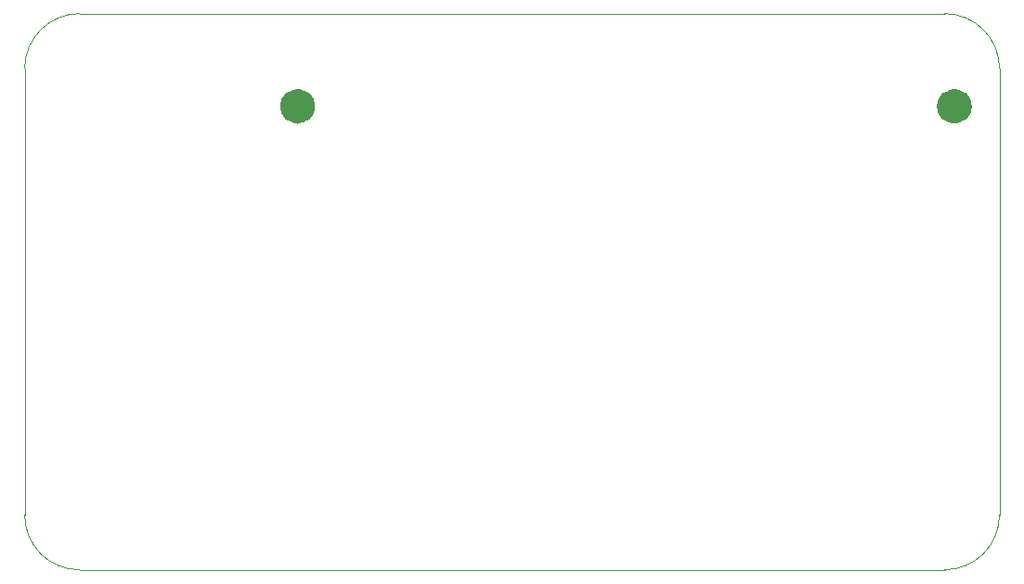
<source format=gm1>
%TF.GenerationSoftware,KiCad,Pcbnew,9.0.0*%
%TF.CreationDate,2025-03-23T23:43:45-05:00*%
%TF.ProjectId,stm32card,73746d33-3263-4617-9264-2e6b69636164,rev?*%
%TF.SameCoordinates,Original*%
%TF.FileFunction,Profile,NP*%
%FSLAX46Y46*%
G04 Gerber Fmt 4.6, Leading zero omitted, Abs format (unit mm)*
G04 Created by KiCad (PCBNEW 9.0.0) date 2025-03-23 23:43:45*
%MOMM*%
%LPD*%
G01*
G04 APERTURE LIST*
%TA.AperFunction,Profile*%
%ADD10C,0.050000*%
%TD*%
%TA.AperFunction,Profile*%
%ADD11C,1.600000*%
%TD*%
G04 APERTURE END LIST*
D10*
X137564466Y-132335534D02*
X216464466Y-132335534D01*
X137564466Y-132335534D02*
G75*
G02*
X132564466Y-127335534I34J5000034D01*
G01*
X132564466Y-86535534D02*
X132564466Y-127335534D01*
X216464466Y-81535534D02*
G75*
G02*
X221464466Y-86535534I34J-4999966D01*
G01*
X221464466Y-127335534D02*
X221464466Y-86535534D01*
X216464466Y-81535534D02*
X137564466Y-81535534D01*
X132564466Y-86535534D02*
G75*
G02*
X137564466Y-81535466I5000034J34D01*
G01*
X221464466Y-127335534D02*
G75*
G02*
X216464466Y-132335466I-4999966J34D01*
G01*
%TO.C,U6*%
D11*
X158253529Y-90002380D02*
G75*
G02*
X156653529Y-90002380I-800000J0D01*
G01*
X156653529Y-90002380D02*
G75*
G02*
X158253529Y-90002380I800000J0D01*
G01*
X218153529Y-90002380D02*
G75*
G02*
X216553529Y-90002380I-800000J0D01*
G01*
X216553529Y-90002380D02*
G75*
G02*
X218153529Y-90002380I800000J0D01*
G01*
%TD*%
M02*

</source>
